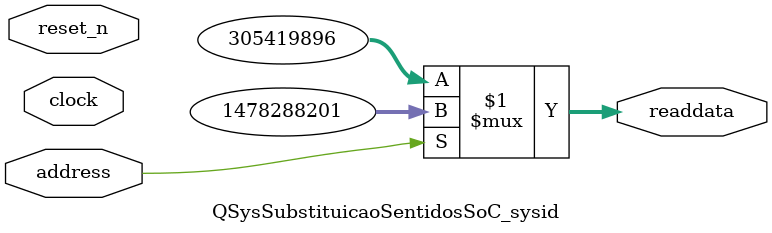
<source format=v>

`timescale 1ns / 1ps
// synthesis translate_on

// turn off superfluous verilog processor warnings 
// altera message_level Level1 
// altera message_off 10034 10035 10036 10037 10230 10240 10030 

module QSysSubstituicaoSentidosSoC_sysid (
               // inputs:
                address,
                clock,
                reset_n,

               // outputs:
                readdata
             )
;

  output  [ 31: 0] readdata;
  input            address;
  input            clock;
  input            reset_n;

  wire    [ 31: 0] readdata;
  //control_slave, which is an e_avalon_slave
  assign readdata = address ? 1478288201 : 305419896;

endmodule




</source>
